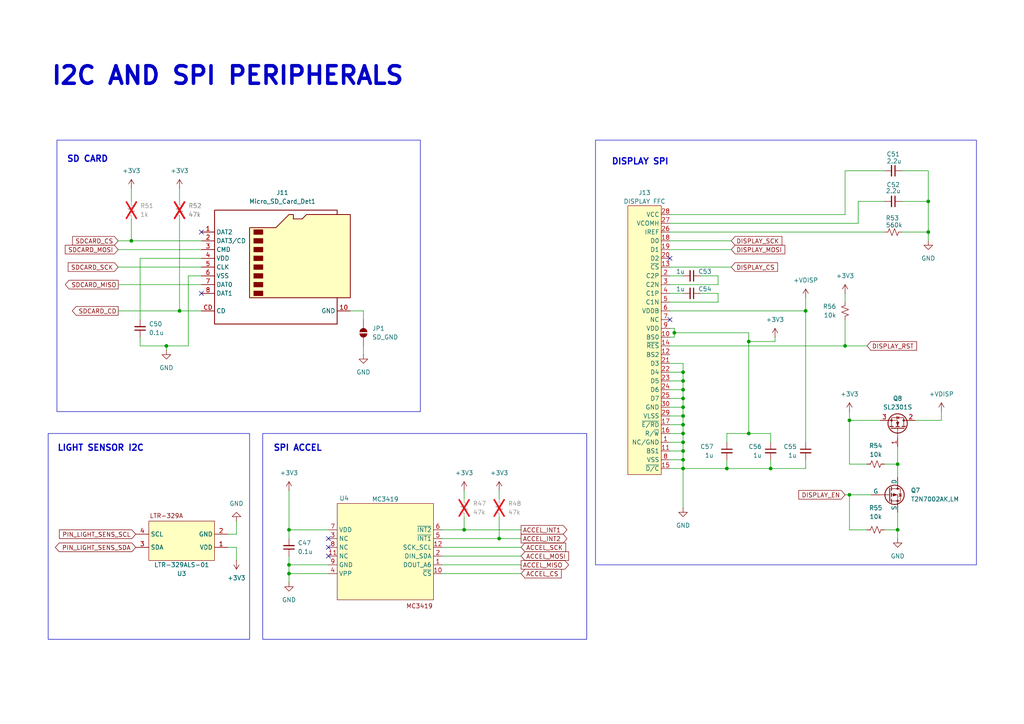
<source format=kicad_sch>
(kicad_sch (version 20250114) (generator "eeschema") (generator_version "9.0")
  (paper "A4")
  (title_block (title "EcoBoard") (company "EcoEnterprise"))
  (lib_symbols
    (symbol "Connector:Micro_SD_Card_Det1"
      (property "Reference" "J3" (at 0.635 21.59 0))
      (property "Value" "Micro_SD_Card_Det1" (at 0.635 19.05 0))
      (symbol "Micro_SD_Card_Det1_0_1"
        (polyline (pts (xy -8.89 -8.89) (xy -8.89 11.43) (xy -1.27 11.43) (xy 2.54 15.24) (xy 3.81 15.24) (xy 3.81 13.97) (xy 6.35 13.97) (xy 7.62 15.24) (xy 20.32 15.24) (xy 20.32 -8.89) (xy -8.89 -8.89)) (stroke (width 0.254)) (fill (type background)))
        (rectangle (start -7.62 10.795) (end -5.08 9.525) (stroke (width 0.254)) (fill (type outline)))
        (rectangle (start -7.62 8.255) (end -5.08 6.985) (stroke (width 0.254)) (fill (type outline)))
        (rectangle (start -7.62 5.715) (end -5.08 4.445) (stroke (width 0.254)) (fill (type outline)))
        (rectangle (start -7.62 3.175) (end -5.08 1.905) (stroke (width 0.254)) (fill (type outline)))
        (rectangle (start -7.62 0.635) (end -5.08 -0.635) (stroke (width 0.254)) (fill (type outline)))
        (rectangle (start -7.62 -1.905) (end -5.08 -3.175) (stroke (width 0.254)) (fill (type outline)))
        (rectangle (start -7.62 -4.445) (end -5.08 -5.715) (stroke (width 0.254)) (fill (type outline)))
        (rectangle (start -7.62 -6.985) (end -5.08 -8.255) (stroke (width 0.254)) (fill (type outline)))
        (polyline (pts (xy 16.51 15.24) (xy 16.51 16.51) (xy -19.05 16.51) (xy -19.05 -16.51) (xy 16.51 -16.51) (xy 16.51 -8.89)) (stroke (width 0.254)))
      )
      (symbol "Micro_SD_Card_Det1_1_1"
        (pin bidirectional line (at -22.86 10.16 0) (length 3.81) (name "DAT2") (number "1"))
        (pin bidirectional line (at -22.86 7.62 0) (length 3.81) (name "DAT3/CD") (number "2"))
        (pin input line (at -22.86 5.08 0) (length 3.81) (name "CMD") (number "3"))
        (pin power_in line (at -22.86 2.54 0) (length 3.81) (name "VDD") (number "4"))
        (pin input line (at -22.86 0 0) (length 3.81) (name "CLK") (number "5"))
        (pin power_in line (at -22.86 -2.54 0) (length 3.81) (name "VSS") (number "6"))
        (pin bidirectional line (at -22.86 -5.08 0) (length 3.81) (name "DAT0") (number "7"))
        (pin bidirectional line (at -22.86 -7.62 0) (length 3.81) (name "DAT1") (number "8"))
        (pin passive line (at -22.86 -12.7 0) (length 3.81) (name "CD") (number "CD"))
        (pin passive line (at 20.32 -12.7 180) (length 3.81) (name "GND") (number "10"))
      )
    )
    (symbol "DISPLAY_CONN_1"
      (property "Reference" "J" (at 3.048 20.32 0))
      (symbol "DISPLAY_CONN_1_1_1"
        (rectangle (start -2.032 19.05) (end 7.62 -58.928) (fill (type background)))
        (pin passive line (at 10.16 16.51 180) (length 2.54) (name "VCC") (number "28"))
        (pin passive line (at 10.16 13.97 180) (length 2.54) (name "VCOMH") (number "27"))
        (pin passive line (at 10.16 11.43 180) (length 2.54) (name "IREF") (number "26"))
        (pin passive line (at 10.16 8.89 180) (length 2.54) (name "D0") (number "18"))
        (pin passive line (at 10.16 6.35 180) (length 2.54) (name "D1") (number "19"))
        (pin passive line (at 10.16 3.81 180) (length 2.54) (name "D2") (number "20"))
        (pin passive line (at 10.16 1.27 180) (length 2.54) (name "~{CS}") (number "13"))
        (pin passive line (at 10.16 -1.27 180) (length 2.54) (name "C2P") (number "2"))
        (pin passive line (at 10.16 -3.81 180) (length 2.54) (name "C2N") (number "3"))
        (pin passive line (at 10.16 -6.35 180) (length 2.54) (name "C1P") (number "4"))
        (pin passive line (at 10.16 -8.89 180) (length 2.54) (name "C1N") (number "5"))
        (pin passive line (at 10.16 -11.43 180) (length 2.54) (name "VDDB") (number "6"))
        (pin passive line (at 10.16 -13.97 180) (length 2.54) (name "NC") (number "7"))
        (pin passive line (at 10.16 -16.51 180) (length 2.54) (name "VDD") (number "9"))
        (pin passive line (at 10.16 -19.05 180) (length 2.54) (name "BS0") (number "10"))
        (pin passive line (at 10.16 -21.59 180) (length 2.54) (name "~{RES}") (number "14"))
        (pin passive line (at 10.16 -24.13 180) (length 2.54) (name "BS2") (number "12"))
        (pin passive line (at 10.16 -26.67 180) (length 2.54) (name "D3") (number "21"))
        (pin passive line (at 10.16 -29.21 180) (length 2.54) (name "D4") (number "22"))
        (pin passive line (at 10.16 -31.75 180) (length 2.54) (name "D5") (number "23"))
        (pin passive line (at 10.16 -34.29 180) (length 2.54) (name "D6") (number "24"))
        (pin passive line (at 10.16 -36.83 180) (length 2.54) (name "D7") (number "25"))
        (pin passive line (at 10.16 -39.37 180) (length 2.54) (name "GND") (number "30"))
        (pin passive line (at 10.16 -41.91 180) (length 2.54) (name "VLSS") (number "29"))
        (pin passive line (at 10.16 -44.45 180) (length 2.54) (name "~{E/RD}") (number "17"))
        (pin passive line (at 10.16 -46.99 180) (length 2.54) (name "R/~{W}") (number "16"))
        (pin passive line (at 10.16 -49.53 180) (length 2.54) (name "NC/GND") (number "1"))
        (pin passive line (at 10.16 -52.07 180) (length 2.54) (name "BS1") (number "11"))
        (pin passive line (at 10.16 -54.61 180) (length 2.54) (name "VSS") (number "8"))
        (pin passive line (at 10.16 -57.15 180) (length 2.54) (name "~{D/C}") (number "15"))
      )
    )
    (symbol "Device:C_Small" (pin_numbers (hide yes)) (pin_names (offset 0.254) (hide yes))
      (property "Reference" "C" (at 0.254 1.778 0))
      (property "Value" "C_Small" (at 0.254 -2.032 0))
      (symbol "C_Small_0_1"
        (polyline (pts (xy -1.524 0.508) (xy 1.524 0.508)) (stroke (width 0.3048)))
        (polyline (pts (xy -1.524 -0.508) (xy 1.524 -0.508)) (stroke (width 0.3302)))
      )
      (symbol "C_Small_1_1"
        (pin passive line (at 0 2.54 270) (length 2.032) (name "~") (number "1"))
        (pin passive line (at 0 -2.54 90) (length 2.032) (name "~") (number "2"))
      )
    )
    (symbol "Device:R_Small_US" (pin_numbers (hide yes)) (pin_names (offset 0.254) (hide yes))
      (property "Reference" "R" (at 0.762 0.508 0))
      (property "Value" "R_Small_US" (at 0.762 -1.016 0))
      (symbol "R_Small_US_1_1"
        (polyline (pts (xy 0 1.524) (xy 1.016 1.143) (xy 0 0.762) (xy -1.016 0.381) (xy 0 0)))
        (polyline (pts (xy 0 0) (xy 1.016 -0.381) (xy 0 -0.762) (xy -1.016 -1.143) (xy 0 -1.524)))
        (pin passive line (at 0 2.54 270) (length 1.016) (name "~") (number "1"))
        (pin passive line (at 0 -2.54 90) (length 1.016) (name "~") (number "2"))
      )
    )
    (symbol "EcoDevkit:LTR-329ALS"
      (property "Reference" "U" (at -8.636 6.35 0))
      (symbol "LTR-329ALS_1_1"
        (rectangle (start -10.16 5.08) (end 8.89 -6.35) (fill (type background)))
        (text "LTR-329A" (at 3.81 -7.874 0) (effects (font (size 1.27 1.27))))
        (pin power_in line (at -13.97 1.27 0) (length 3.81) (name "VDD") (number "1"))
        (pin power_out line (at -13.97 -2.54 0) (length 3.81) (name "GND") (number "2"))
        (pin bidirectional line (at 12.7 1.27 180) (length 3.81) (name "SDA") (number "3"))
        (pin input line (at 12.7 -2.54 180) (length 3.81) (name "SCL") (number "4"))
      )
    )
    (symbol "Jumper:SolderJumper_2_Open" (pin_numbers (hide yes)) (pin_names (offset 0) (hide yes)) (in_bom no)
      (property "Reference" "JP" (at 0 2.032 0))
      (property "Value" "SolderJumper_2_Open" (at 0 -2.54 0))
      (symbol "SolderJumper_2_Open_0_1"
        (polyline (pts (xy -0.254 1.016) (xy -0.254 -1.016)))
        (arc (start -0.254 -1.016) (mid -1.2656 0) (end -0.254 1.016))
        (arc (start -0.254 -1.016) (mid -1.2656 0) (end -0.254 1.016) (fill (type outline)))
        (arc (start 0.254 1.016) (mid 1.2656 0) (end 0.254 -1.016))
        (arc (start 0.254 1.016) (mid 1.2656 0) (end 0.254 -1.016) (fill (type outline)))
        (polyline (pts (xy 0.254 1.016) (xy 0.254 -1.016)))
      )
      (symbol "SolderJumper_2_Open_1_1"
        (pin passive line (at -3.81 0 0) (length 2.54) (name "A") (number "1"))
        (pin passive line (at 3.81 0 180) (length 2.54) (name "B") (number "2"))
      )
    )
    (symbol "Simulation_SPICE:PMOS" (pin_numbers (hide yes)) (pin_names (offset 0))
      (property "Reference" "Q" (at 5.08 1.27 0))
      (property "Value" "PMOS" (at 5.08 -1.27 0))
      (symbol "PMOS_0_1"
        (polyline (pts (xy 0.254 1.905) (xy 0.254 -1.905)) (stroke (width 0.254)))
        (polyline (pts (xy 0.254 0) (xy -2.54 0)))
        (polyline (pts (xy 0.762 2.286) (xy 0.762 1.27)) (stroke (width 0.254)))
        (polyline (pts (xy 0.762 1.778) (xy 3.302 1.778) (xy 3.302 -1.778) (xy 0.762 -1.778)))
        (polyline (pts (xy 0.762 0.508) (xy 0.762 -0.508)) (stroke (width 0.254)))
        (polyline (pts (xy 0.762 -1.27) (xy 0.762 -2.286)) (stroke (width 0.254)))
        (circle (center 1.651 0) (radius 2.794) (stroke (width 0.254)))
        (polyline (pts (xy 2.286 0) (xy 1.27 0.381) (xy 1.27 -0.381) (xy 2.286 0)) (fill (type outline)))
        (polyline (pts (xy 2.54 2.54) (xy 2.54 1.778)))
        (circle (center 2.54 1.778) (radius 0.254) (fill (type outline)))
        (circle (center 2.54 -1.778) (radius 0.254) (fill (type outline)))
        (polyline (pts (xy 2.54 -2.54) (xy 2.54 0) (xy 0.762 0)))
        (polyline (pts (xy 2.794 -0.508) (xy 2.921 -0.381) (xy 3.683 -0.381) (xy 3.81 -0.254)))
        (polyline (pts (xy 3.302 -0.381) (xy 2.921 0.254) (xy 3.683 0.254) (xy 3.302 -0.381)))
      )
      (symbol "PMOS_1_1"
        (pin input line (at -5.08 0 0) (length 2.54) (name "G") (number "2"))
        (pin passive line (at 2.54 5.08 270) (length 2.54) (name "D") (number "1"))
        (pin passive line (at 2.54 -5.08 90) (length 2.54) (name "S") (number "3"))
      )
    )
    (symbol "Transistor_FET:Q_NMOS_GDS" (pin_names (offset 0) (hide yes))
      (property "Reference" "Q" (at 5.08 1.905 0))
      (property "Value" "Q_NMOS_GDS" (at 5.08 0 0))
      (symbol "Q_NMOS_GDS_0_1"
        (polyline (pts (xy 0.254 1.905) (xy 0.254 -1.905)) (stroke (width 0.254)))
        (polyline (pts (xy 0.254 0) (xy -2.54 0)))
        (polyline (pts (xy 0.762 2.286) (xy 0.762 1.27)) (stroke (width 0.254)))
        (polyline (pts (xy 0.762 0.508) (xy 0.762 -0.508)) (stroke (width 0.254)))
        (polyline (pts (xy 0.762 -1.27) (xy 0.762 -2.286)) (stroke (width 0.254)))
        (polyline (pts (xy 0.762 -1.778) (xy 3.302 -1.778) (xy 3.302 1.778) (xy 0.762 1.778)))
        (polyline (pts (xy 1.016 0) (xy 2.032 0.381) (xy 2.032 -0.381) (xy 1.016 0)) (fill (type outline)))
        (circle (center 1.651 0) (radius 2.794) (stroke (width 0.254)))
        (polyline (pts (xy 2.54 2.54) (xy 2.54 1.778)))
        (circle (center 2.54 1.778) (radius 0.254) (fill (type outline)))
        (circle (center 2.54 -1.778) (radius 0.254) (fill (type outline)))
        (polyline (pts (xy 2.54 -2.54) (xy 2.54 0) (xy 0.762 0)))
        (polyline (pts (xy 2.921 0.381) (xy 3.683 0.381)))
        (polyline (pts (xy 3.302 0.381) (xy 2.921 -0.254) (xy 3.683 -0.254) (xy 3.302 0.381)))
      )
      (symbol "Q_NMOS_GDS_1_1"
        (pin input line (at -5.08 0 0) (length 2.54) (name "G") (number "1"))
        (pin passive line (at 2.54 5.08 270) (length 2.54) (name "D") (number "2"))
        (pin passive line (at 2.54 -5.08 90) (length 2.54) (name "S") (number "3"))
      )
    )
    (symbol "peripherals_eco_devkit:MC3419"
      (property "Reference" "U2" (at -11.938 15.494 0))
      (property "Value" "~" (at 0 15.24 0))
      (symbol "MC3419_1_1"
        (rectangle (start -13.97 13.97) (end 13.97 -13.97) (fill (type background)))
        (text "MC3419" (at 9.906 -15.748 0) (effects (font (size 1.27 1.27))))
        (pin power_in line (at -16.51 6.35 0) (length 2.54) (name "VDD") (number "7"))
        (pin bidirectional line (at -16.51 3.81 0) (length 2.54) (name "NC") (number "3"))
        (pin bidirectional line (at -16.51 1.27 0) (length 2.54) (name "NC") (number "8"))
        (pin bidirectional line (at -16.51 -1.27 0) (length 2.54) (name "NC") (number "11"))
        (pin power_out line (at -16.51 -3.81 0) (length 2.54) (name "GND") (number "9"))
        (pin power_out line (at -16.51 -6.35 0) (length 2.54) (name "VPP") (number "4"))
        (pin output line (at 16.51 6.35 180) (length 2.54) (name "~{INT2}") (number "6"))
        (pin output line (at 16.51 3.81 180) (length 2.54) (name "~{INT1}") (number "5"))
        (pin input line (at 16.51 1.27 180) (length 2.54) (name "SCK_SCL") (number "12"))
        (pin input line (at 16.51 -1.27 180) (length 2.54) (name "DIN_SDA") (number "2"))
        (pin output line (at 16.51 -3.81 180) (length 2.54) (name "DOUT_A6") (number "1"))
        (pin input line (at 16.51 -6.35 180) (length 2.54) (name "~{CS}") (number "10"))
      )
    )
    (symbol "power:+3V3" (power) (pin_numbers (hide yes)) (pin_names (offset 0) (hide yes))
      (property "Value" "+3V3" (at 0 3.556 0))
      (symbol "+3V3_0_1"
        (polyline (pts (xy -0.762 1.27) (xy 0 2.54)))
        (polyline (pts (xy 0 2.54) (xy 0.762 1.27)))
        (polyline (pts (xy 0 0) (xy 0 2.54)))
      )
      (symbol "+3V3_1_1"
        (pin power_in line (at 0 0 90) (length 0) (name "~") (number "1"))
      )
    )
    (symbol "power:GND" (power) (pin_numbers (hide yes)) (pin_names (offset 0) (hide yes))
      (property "Value" "GND" (at 0 -3.81 0))
      (symbol "GND_0_1"
        (polyline (pts (xy 0 0) (xy 0 -1.27) (xy 1.27 -1.27) (xy 0 -2.54) (xy -1.27 -1.27) (xy 0 -1.27)))
      )
      (symbol "GND_1_1"
        (pin power_in line (at 0 0 270) (length 0) (name "~") (number "1"))
      )
    )
  )
  (rectangle (start 16.51 40.64) (end 121.92 119.38))
  (rectangle (start 172.72 40.64) (end 283.21 163.83))
  (rectangle (start 13.97 125.73) (end 72.39 185.42))
  (rectangle (start 76.2 125.73) (end 170.18 185.42))
  (text "I2C AND SPI PERIPHERALS" (at 66.04 22.098 0) (effects (font (size 5.08 5.08) (thickness 1.016) (bold yes))))
  (text "DISPLAY SPI" (at 185.674 46.99 0) (effects (font (size 1.778 1.778) (thickness 0.3556) (bold yes))))
  (text "SD CARD" (at 25.4 46.228 0) (effects (font (size 1.778 1.778) (thickness 0.3556) (bold yes))))
  (text "LIGHT SENSOR I2C" (at 29.21 130.048 0) (effects (font (size 1.778 1.778) (thickness 0.3556) (bold yes))))
  (text "SPI ACCEL" (at 86.36 130.048 0) (effects (font (size 1.778 1.778) (thickness 0.3556) (bold yes))))
  (junction (at 210.82 135.89))
  (junction (at 245.11 100.33))
  (junction (at 198.12 125.73))
  (junction (at 83.82 163.83))
  (junction (at 217.17 125.73))
  (junction (at 198.12 133.35))
  (junction (at 246.38 121.92))
  (junction (at 83.82 153.67))
  (junction (at 195.58 96.52))
  (junction (at 198.12 130.81))
  (junction (at 52.07 90.17))
  (junction (at 233.68 90.17))
  (junction (at 223.52 135.89))
  (junction (at 38.1 69.85))
  (junction (at 246.38 143.51))
  (junction (at 198.12 135.89))
  (junction (at 269.24 67.31))
  (junction (at 198.12 128.27))
  (junction (at 198.12 120.65))
  (junction (at 83.82 166.37))
  (junction (at 198.12 113.03))
  (junction (at 198.12 118.11))
  (junction (at 198.12 107.95))
  (junction (at 134.62 153.67))
  (junction (at 198.12 115.57))
  (junction (at 144.78 156.21))
  (junction (at 260.35 153.67))
  (junction (at 260.35 134.62))
  (junction (at 48.26 100.33))
  (junction (at 198.12 123.19))
  (junction (at 217.17 99.06))
  (junction (at 198.12 110.49))
  (junction (at 269.24 58.42))
  (no_connect (at 194.31 74.93))
  (no_connect (at 58.42 67.31))
  (no_connect (at 95.25 158.75))
  (no_connect (at 58.42 85.09))
  (no_connect (at 95.25 161.29))
  (no_connect (at 194.31 92.71))
  (no_connect (at 95.25 156.21))
  (wire (pts (xy 212.09 77.47) (xy 194.31 77.47)))
  (wire (pts (xy 38.1 63.5) (xy 38.1 69.85)))
  (wire (pts (xy 198.12 115.57) (xy 198.12 118.11)))
  (wire (pts (xy 245.11 49.53) (xy 245.11 62.23)))
  (wire (pts (xy 34.29 82.55) (xy 58.42 82.55)))
  (wire (pts (xy 245.11 92.71) (xy 245.11 100.33)))
  (wire (pts (xy 260.35 153.67) (xy 260.35 156.21)))
  (wire (pts (xy 198.12 118.11) (xy 198.12 120.65)))
  (wire (pts (xy 128.27 158.75) (xy 151.13 158.75)))
  (wire (pts (xy 194.31 100.33) (xy 245.11 100.33)))
  (wire (pts (xy 198.12 107.95) (xy 198.12 110.49)))
  (wire (pts (xy 217.17 99.06) (xy 217.17 125.73)))
  (wire (pts (xy 208.28 85.09) (xy 203.2 85.09)))
  (wire (pts (xy 198.12 120.65) (xy 198.12 123.19)))
  (wire (pts (xy 246.38 143.51) (xy 246.38 153.67)))
  (wire (pts (xy 246.38 121.92) (xy 255.27 121.92)))
  (wire (pts (xy 68.58 151.13) (xy 68.58 154.94)))
  (wire (pts (xy 38.1 54.61) (xy 38.1 58.42)))
  (wire (pts (xy 210.82 128.27) (xy 210.82 125.73)))
  (wire (pts (xy 194.31 105.41) (xy 198.12 105.41)))
  (wire (pts (xy 269.24 69.85) (xy 269.24 67.31)))
  (wire (pts (xy 144.78 156.21) (xy 151.13 156.21)))
  (wire (pts (xy 198.12 115.57) (xy 194.31 115.57)))
  (wire (pts (xy 198.12 113.03) (xy 198.12 115.57)))
  (wire (pts (xy 83.82 153.67) (xy 95.25 153.67)))
  (wire (pts (xy 134.62 153.67) (xy 151.13 153.67)))
  (wire (pts (xy 233.68 90.17) (xy 233.68 128.27)))
  (wire (pts (xy 223.52 135.89) (xy 210.82 135.89)))
  (wire (pts (xy 194.31 133.35) (xy 198.12 133.35)))
  (wire (pts (xy 144.78 156.21) (xy 144.78 149.86)))
  (wire (pts (xy 128.27 153.67) (xy 134.62 153.67)))
  (wire (pts (xy 194.31 118.11) (xy 198.12 118.11)))
  (wire (pts (xy 40.64 74.93) (xy 40.64 92.71)))
  (wire (pts (xy 245.11 100.33) (xy 251.46 100.33)))
  (wire (pts (xy 83.82 161.29) (xy 83.82 163.83)))
  (wire (pts (xy 251.46 134.62) (xy 246.38 134.62)))
  (wire (pts (xy 269.24 67.31) (xy 261.62 67.31)))
  (wire (pts (xy 248.92 58.42) (xy 256.54 58.42)))
  (wire (pts (xy 128.27 163.83) (xy 151.13 163.83)))
  (wire (pts (xy 194.31 128.27) (xy 198.12 128.27)))
  (wire (pts (xy 223.52 135.89) (xy 223.52 133.35)))
  (wire (pts (xy 261.62 49.53) (xy 269.24 49.53)))
  (wire (pts (xy 194.31 120.65) (xy 198.12 120.65)))
  (wire (pts (xy 83.82 163.83) (xy 83.82 166.37)))
  (wire (pts (xy 48.26 100.33) (xy 54.61 100.33)))
  (wire (pts (xy 248.92 58.42) (xy 248.92 64.77)))
  (wire (pts (xy 83.82 166.37) (xy 95.25 166.37)))
  (wire (pts (xy 68.58 158.75) (xy 68.58 162.56)))
  (wire (pts (xy 269.24 58.42) (xy 269.24 67.31)))
  (wire (pts (xy 128.27 166.37) (xy 151.13 166.37)))
  (wire (pts (xy 261.62 58.42) (xy 269.24 58.42)))
  (wire (pts (xy 217.17 96.52) (xy 195.58 96.52)))
  (wire (pts (xy 245.11 143.51) (xy 246.38 143.51)))
  (wire (pts (xy 198.12 135.89) (xy 210.82 135.89)))
  (wire (pts (xy 224.79 97.79) (xy 224.79 99.06)))
  (wire (pts (xy 52.07 90.17) (xy 58.42 90.17)))
  (wire (pts (xy 198.12 85.09) (xy 194.31 85.09)))
  (wire (pts (xy 195.58 96.52) (xy 195.58 97.79)))
  (wire (pts (xy 260.35 153.67) (xy 260.35 148.59)))
  (wire (pts (xy 198.12 105.41) (xy 198.12 107.95)))
  (wire (pts (xy 233.68 133.35) (xy 233.68 135.89)))
  (wire (pts (xy 223.52 128.27) (xy 223.52 125.73)))
  (wire (pts (xy 198.12 130.81) (xy 198.12 133.35)))
  (wire (pts (xy 134.62 142.24) (xy 134.62 144.78)))
  (wire (pts (xy 194.31 87.63) (xy 208.28 87.63)))
  (wire (pts (xy 194.31 82.55) (xy 208.28 82.55)))
  (wire (pts (xy 54.61 100.33) (xy 54.61 80.01)))
  (wire (pts (xy 198.12 133.35) (xy 198.12 135.89)))
  (wire (pts (xy 194.31 125.73) (xy 198.12 125.73)))
  (wire (pts (xy 194.31 64.77) (xy 248.92 64.77)))
  (wire (pts (xy 194.31 72.39) (xy 212.09 72.39)))
  (wire (pts (xy 198.12 80.01) (xy 194.31 80.01)))
  (wire (pts (xy 128.27 156.21) (xy 144.78 156.21)))
  (wire (pts (xy 256.54 49.53) (xy 245.11 49.53)))
  (wire (pts (xy 195.58 97.79) (xy 194.31 97.79)))
  (wire (pts (xy 83.82 153.67) (xy 83.82 156.21)))
  (wire (pts (xy 217.17 99.06) (xy 217.17 96.52)))
  (wire (pts (xy 105.41 100.33) (xy 105.41 102.87)))
  (wire (pts (xy 52.07 63.5) (xy 52.07 90.17)))
  (wire (pts (xy 134.62 153.67) (xy 134.62 149.86)))
  (wire (pts (xy 273.05 119.38) (xy 273.05 121.92)))
  (wire (pts (xy 246.38 121.92) (xy 246.38 134.62)))
  (wire (pts (xy 105.41 92.71) (xy 105.41 90.17)))
  (wire (pts (xy 34.29 69.85) (xy 38.1 69.85)))
  (wire (pts (xy 195.58 96.52) (xy 195.58 95.25)))
  (wire (pts (xy 194.31 123.19) (xy 198.12 123.19)))
  (wire (pts (xy 198.12 113.03) (xy 194.31 113.03)))
  (wire (pts (xy 256.54 153.67) (xy 260.35 153.67)))
  (wire (pts (xy 260.35 134.62) (xy 260.35 129.54)))
  (wire (pts (xy 212.09 69.85) (xy 194.31 69.85)))
  (wire (pts (xy 208.28 87.63) (xy 208.28 85.09)))
  (wire (pts (xy 34.29 77.47) (xy 58.42 77.47)))
  (wire (pts (xy 233.68 86.36) (xy 233.68 90.17)))
  (wire (pts (xy 66.04 158.75) (xy 68.58 158.75)))
  (wire (pts (xy 198.12 128.27) (xy 198.12 130.81)))
  (wire (pts (xy 128.27 161.29) (xy 151.13 161.29)))
  (wire (pts (xy 198.12 123.19) (xy 198.12 125.73)))
  (wire (pts (xy 233.68 90.17) (xy 194.31 90.17)))
  (wire (pts (xy 224.79 99.06) (xy 217.17 99.06)))
  (wire (pts (xy 83.82 142.24) (xy 83.82 153.67)))
  (wire (pts (xy 52.07 54.61) (xy 52.07 58.42)))
  (wire (pts (xy 83.82 166.37) (xy 83.82 168.91)))
  (wire (pts (xy 198.12 125.73) (xy 198.12 128.27)))
  (wire (pts (xy 34.29 72.39) (xy 58.42 72.39)))
  (wire (pts (xy 38.1 69.85) (xy 58.42 69.85)))
  (wire (pts (xy 194.31 130.81) (xy 198.12 130.81)))
  (wire (pts (xy 105.41 90.17) (xy 101.6 90.17)))
  (wire (pts (xy 269.24 49.53) (xy 269.24 58.42)))
  (wire (pts (xy 223.52 125.73) (xy 217.17 125.73)))
  (wire (pts (xy 208.28 82.55) (xy 208.28 80.01)))
  (wire (pts (xy 252.73 143.51) (xy 246.38 143.51)))
  (wire (pts (xy 58.42 74.93) (xy 40.64 74.93)))
  (wire (pts (xy 48.26 100.33) (xy 40.64 100.33)))
  (wire (pts (xy 273.05 121.92) (xy 265.43 121.92)))
  (wire (pts (xy 260.35 134.62) (xy 260.35 138.43)))
  (wire (pts (xy 217.17 125.73) (xy 210.82 125.73)))
  (wire (pts (xy 210.82 135.89) (xy 210.82 133.35)))
  (wire (pts (xy 194.31 67.31) (xy 256.54 67.31)))
  (wire (pts (xy 198.12 110.49) (xy 198.12 113.03)))
  (wire (pts (xy 34.29 90.17) (xy 52.07 90.17)))
  (wire (pts (xy 48.26 100.33) (xy 48.26 101.6)))
  (wire (pts (xy 208.28 80.01) (xy 203.2 80.01)))
  (wire (pts (xy 233.68 135.89) (xy 223.52 135.89)))
  (wire (pts (xy 194.31 135.89) (xy 198.12 135.89)))
  (wire (pts (xy 40.64 97.79) (xy 40.64 100.33)))
  (wire (pts (xy 66.04 154.94) (xy 68.58 154.94)))
  (wire (pts (xy 246.38 119.38) (xy 246.38 121.92)))
  (wire (pts (xy 144.78 142.24) (xy 144.78 144.78)))
  (wire (pts (xy 194.31 107.95) (xy 198.12 107.95)))
  (wire (pts (xy 246.38 153.67) (xy 251.46 153.67)))
  (wire (pts (xy 256.54 134.62) (xy 260.35 134.62)))
  (wire (pts (xy 194.31 62.23) (xy 245.11 62.23)))
  (wire (pts (xy 83.82 163.83) (xy 95.25 163.83)))
  (wire (pts (xy 54.61 80.01) (xy 58.42 80.01)))
  (wire (pts (xy 198.12 110.49) (xy 194.31 110.49)))
  (wire (pts (xy 194.31 95.25) (xy 195.58 95.25)))
  (wire (pts (xy 198.12 135.89) (xy 198.12 147.32)))
  (wire (pts (xy 245.11 85.09) (xy 245.11 87.63)))
  (global_label "DISPLAY_CS" (shape input) (at 212.09 77.47 0) (property "Intersheetrefs" "${INTERSHEET_REFS}" (effects (hide yes))))
  (global_label "PIN_LIGHT_SENS_SCL" (shape input) (at 39.37 154.94 180) (effects (font (thickness 0.1588))) (property "Intersheetrefs" "${INTERSHEET_REFS}" (effects (hide yes))))
  (global_label "SDCARD_SCK" (shape input) (at 34.29 77.47 180) (property "Intersheetrefs" "${INTERSHEET_REFS}" (effects (hide yes))))
  (global_label "PIN_LIGHT_SENS_SDA" (shape bidirectional) (at 39.37 158.75 180) (effects (font (thickness 0.1588))) (property "Intersheetrefs" "${INTERSHEET_REFS}" (effects (hide yes))))
  (global_label "ACCEL_SCK" (shape input) (at 151.13 158.75 0) (property "Intersheetrefs" "${INTERSHEET_REFS}" (effects (hide yes))))
  (global_label "SDCARD_MISO" (shape output) (at 34.29 82.55 180) (property "Intersheetrefs" "${INTERSHEET_REFS}" (effects (hide yes))))
  (global_label "SDCARD_CS" (shape input) (at 34.29 69.85 180) (property "Intersheetrefs" "${INTERSHEET_REFS}" (effects (hide yes))))
  (global_label "ACCEL_MISO" (shape output) (at 151.13 163.83 0) (property "Intersheetrefs" "${INTERSHEET_REFS}" (effects (hide yes))))
  (global_label "ACCEL_MOSI" (shape input) (at 151.13 161.29 0) (property "Intersheetrefs" "${INTERSHEET_REFS}" (effects (hide yes))))
  (global_label "SDCARD_MOSI" (shape input) (at 34.29 72.39 180) (property "Intersheetrefs" "${INTERSHEET_REFS}" (effects (hide yes))))
  (global_label "DISPLAY_RST" (shape input) (at 251.46 100.33 0) (property "Intersheetrefs" "${INTERSHEET_REFS}" (effects (hide yes))))
  (global_label "ACCEL_CS" (shape input) (at 151.13 166.37 0) (property "Intersheetrefs" "${INTERSHEET_REFS}" (effects (hide yes))))
  (global_label "ACCEL_INT2" (shape output) (at 151.13 156.21 0) (property "Intersheetrefs" "${INTERSHEET_REFS}" (effects (hide yes))))
  (global_label "ACCEL_INT1" (shape output) (at 151.13 153.67 0) (property "Intersheetrefs" "${INTERSHEET_REFS}" (effects (hide yes))))
  (global_label "DISPLAY_EN" (shape input) (at 245.11 143.51 180) (property "Intersheetrefs" "${INTERSHEET_REFS}" (effects (hide yes))))
  (global_label "DISPLAY_SCK" (shape input) (at 212.09 69.85 0) (property "Intersheetrefs" "${INTERSHEET_REFS}" (effects (hide yes))))
  (global_label "DISPLAY_MOSI" (shape input) (at 212.09 72.39 0) (property "Intersheetrefs" "${INTERSHEET_REFS}" (effects (hide yes))))
  (global_label "SDCARD_CD" (shape output) (at 34.29 90.17 180) (property "Intersheetrefs" "${INTERSHEET_REFS}" (effects (hide yes))))
  (symbol (lib_id "power:GND") (at 260.35 156.21 0) (unit 1)
    (property "Reference" "#PWR0101" (effects (hide yes)))
    (property "Value" "GND" (at 260.35 161.29 0))
    (property "Description" "Power symbol creates a global label with name \"GND\" , ground" (effects (hide yes)))
  )
  (symbol (lib_id "Device:C_Small") (at 259.08 49.53 270) (unit 1)
    (property "Reference" "C51" (at 259.08 44.704 90))
    (property "Value" "2.2u" (at 259.334 46.736 90))
    (property "Footprint" "Capacitor_SMD:C_0402_1005Metric" (effects (hide yes)))
    (property "Datasheet" "https://www.digikey.com.br/en/products/detail/samsung-electro-mechanics/CL05A225KO5NQNC/3887119" (effects (hide yes)))
    (property "Description" "Unpolarized capacitor, small symbol" (effects (hide yes)))
    (property "MPN" "CL05A225KO5NQNC" (effects (hide yes)))
  )
  (symbol (lib_id "power:+3V3") (at 273.05 119.38 0) (unit 1)
    (property "Reference" "#PWR0102" (effects (hide yes)))
    (property "Value" "+VDISP" (at 273.05 114.3 0))
    (property "Description" "Power symbol creates a global label with name \"+3V3\"" (effects (hide yes)))
  )
  (symbol (lib_id "Device:C_Small") (at 210.82 130.81 0) (mirror y) (unit 1)
    (property "Reference" "C57" (at 207.01 129.5399 0) (effects (justify left)))
    (property "Value" "1u" (at 207.01 132.0799 0) (effects (justify left)))
    (property "Footprint" "Capacitor_SMD:C_0402_1005Metric" (effects (hide yes)))
    (property "Datasheet" "https://www.digikey.com.br/en/products/detail/tdk-corporation/C1005X6S1C105K050EC/22106054" (effects (hide yes)))
    (property "Description" "Unpolarized capacitor, small symbol" (effects (hide yes)))
    (property "MPN" "C1005X6S1C105K050EC" (effects (hide yes)))
  )
  (symbol (lib_id "power:+3V3") (at 246.38 119.38 0) (unit 1)
    (property "Reference" "#PWR0100" (effects (hide yes)))
    (property "Value" "+3V3" (at 246.38 114.3 0))
    (property "Description" "Power symbol creates a global label with name \"+3V3\"" (effects (hide yes)))
  )
  (symbol (lib_id "Device:C_Small") (at 200.66 85.09 270) (mirror x) (unit 1)
    (property "Reference" "C54" (at 204.47 83.82 90))
    (property "Value" "1u" (at 197.358 83.82 90))
    (property "Footprint" "Capacitor_SMD:C_0402_1005Metric" (effects (hide yes)))
    (property "Datasheet" "https://www.digikey.com.br/en/products/detail/tdk-corporation/C1005X6S1C105K050EC/22106054" (effects (hide yes)))
    (property "Description" "Unpolarized capacitor, small symbol" (effects (hide yes)))
    (property "MPN" "C1005X6S1C105K050EC" (effects (hide yes)))
  )
  (symbol (lib_id "Connector:Micro_SD_Card_Det1") (at 81.28 77.47 0) (unit 1)
    (property "Reference" "J11" (at 81.915 55.88 0))
    (property "Value" "Micro_SD_Card_Det1" (at 81.915 58.42 0))
    (property "Footprint" "EcoDevkit:CUI_MSD-4-A" (effects (hide yes)))
    (property "Datasheet" "https://www.digikey.com.br/en/products/detail/same-sky-formerly-cui-devices/MSD-4-A/21796808" (effects (hide yes)))
    (property "Description" "Micro SD Card Socket with one card detection pin" (effects (hide yes)))
    (property "MPN" "MSD-4-A " (effects (hide yes)))
  )
  (symbol (lib_id "power:GND") (at 269.24 69.85 0) (unit 1)
    (property "Reference" "#PWR099" (effects (hide yes)))
    (property "Value" "GND" (at 269.24 74.93 0))
    (property "Description" "Power symbol creates a global label with name \"GND\" , ground" (effects (hide yes)))
  )
  (symbol (lib_id "power:+3V3") (at 83.82 142.24 0) (unit 1)
    (property "Reference" "#PWR085" (effects (hide yes)))
    (property "Value" "+3V3" (at 83.82 137.16 0))
    (property "Description" "Power symbol creates a global label with name \"+3V3\"" (effects (hide yes)))
  )
  (symbol (lib_id "power:GND") (at 83.82 168.91 0) (unit 1)
    (property "Reference" "#PWR094" (effects (hide yes)))
    (property "Value" "GND" (at 83.82 173.99 0))
    (property "Description" "Power symbol creates a global label with name \"GND\" , ground" (effects (hide yes)))
  )
  (symbol (lib_id "Device:R_Small_US") (at 245.11 90.17 0) (mirror y) (unit 1)
    (property "Reference" "R56" (at 242.57 88.8999 0) (effects (justify left)))
    (property "Value" "10k" (at 242.57 91.4399 0) (effects (justify left)))
    (property "Datasheet" "https://www.digikey.com.br/en/products/detail/te-connectivity-passive-product/CRGP0402F10K/8576969?s=N4IgjCBcoExaBjKAzAhgGwM4FMA0IB7KAbXAAYAOAdgE4R8wwAWa%2B8GANgGYIGKyuFNmA4BWJl2E0uHIQF18ABwAuUEAGVlAJwCWAOwDmIAL4MO8EEkhoseQiRBcaYUfKWrIG7fqOmQAWjhoSyhtAFc7IkhSUTY6OT9-OmCrcMiHCAS-INIwLjIAAgB5AAkAWWEyAGsQBKA" (effects (hide yes)))
    (property "Description" "Resistor, small US symbol" (effects (hide yes)))
    (property "MPN" "CRGP0402F10K" (effects (hide yes)))
  )
  (symbol (lib_id "Device:C_Small") (at 83.82 158.75 180) (unit 1)
    (property "Reference" "C47" (at 86.36 157.4735 0) (effects (justify right)))
    (property "Value" "0.1u" (at 86.36 160.0135 0) (effects (justify right)))
    (property "Footprint" "Capacitor_SMD:C_0402_1005Metric" (effects (hide yes)))
    (property "Datasheet" "https://www.digikey.com.br/en/products/detail/samsung-electro-mechanics/CL05B104KP5VPNC/20498482" (effects (hide yes)))
    (property "Description" "Unpolarized capacitor, small symbol" (effects (hide yes)))
    (property "MPN" "CL05B104KP5VPNC" (effects (hide yes)))
  )
  (symbol (lib_id "power:+3V3") (at 224.79 97.79 0) (mirror y) (unit 1)
    (property "Reference" "#PWR0105" (effects (hide yes)))
    (property "Value" "+3V3" (at 224.79 92.71 0))
    (property "Description" "Power symbol creates a global label with name \"+3V3\"" (effects (hide yes)))
  )
  (symbol (lib_id "Device:R_Small_US") (at 52.07 60.96 0) (unit 1) (dnp yes)
    (property "Reference" "R52" (at 54.61 59.6899 0) (effects (justify left)))
    (property "Value" "47k" (at 54.61 62.2299 0) (effects (justify left)))
    (property "Footprint" "Resistor_SMD:R_0402_1005Metric" (effects (hide yes)))
    (property "Datasheet" "https://www.digikey.com.br/en/products/detail/vishay-dale/CRCW040247K0FKEDC/7928388" (effects (hide yes)))
    (property "Description" "Resistor, small US symbol" (effects (hide yes)))
    (property "MPN" "CRCW040247K0FKEDC" (effects (hide yes)))
  )
  (symbol (lib_id "Transistor_FET:Q_NMOS_GDS") (at 260.35 124.46 270) (mirror x) (unit 1)
    (property "Reference" "Q8" (at 260.35 115.57 90))
    (property "Value" "SL2301S" (at 260.35 118.11 90))
    (property "Footprint" "Package_TO_SOT_SMD:SOT-23" (effects (hide yes)))
    (property "Datasheet" "https://www.digikey.com.br/en/products/detail/shenzhen-slkormicro-semicon-co-ltd/SL2301S/26112879?s=N4IgTCBcDaIMoBkwGYAMBGOIC6BfIA" (effects (hide yes)))
    (property "Description" "N-MOSFET transistor, gate/drain/source" (effects (hide yes)))
    (property "MPN" "SL2301S" (effects (hide yes)))
  )
  (symbol (lib_id "Device:C_Small") (at 40.64 95.25 180) (unit 1)
    (property "Reference" "C50" (at 43.18 93.9735 0) (effects (justify right)))
    (property "Value" "0.1u" (at 43.18 96.5135 0) (effects (justify right)))
    (property "Footprint" "Capacitor_SMD:C_0402_1005Metric" (effects (hide yes)))
    (property "Datasheet" "https://www.digikey.com.br/en/products/detail/samsung-electro-mechanics/CL05B104KP5VPNC/20498482" (effects (hide yes)))
    (property "Description" "Unpolarized capacitor, small symbol" (effects (hide yes)))
    (property "MPN" "CL05B104KP5VPNC" (effects (hide yes)))
  )
  (symbol (lib_id "Device:R_Small_US") (at 144.78 147.32 0) (unit 1) (dnp yes)
    (property "Reference" "R48" (at 147.32 146.0499 0) (effects (justify left)))
    (property "Value" "47k" (at 147.32 148.5899 0) (effects (justify left)))
    (property "Footprint" "Resistor_SMD:R_0402_1005Metric" (effects (hide yes)))
    (property "Datasheet" "https://www.digikey.com.br/en/products/detail/vishay-dale/CRCW040247K0FKEDC/7928388" (effects (hide yes)))
    (property "Description" "Resistor, small US symbol" (effects (hide yes)))
    (property "MPN" "CRCW040247K0FKEDC" (effects (hide yes)))
  )
  (symbol (lib_id "Device:C_Small") (at 223.52 130.81 0) (mirror y) (unit 1)
    (property "Reference" "C56" (at 220.98 129.5462 0) (effects (justify left)))
    (property "Value" "1u" (at 220.98 132.0862 0) (effects (justify left)))
    (property "Footprint" "Capacitor_SMD:C_0402_1005Metric" (effects (hide yes)))
    (property "Datasheet" "https://www.digikey.com.br/en/products/detail/tdk-corporation/C1005X6S1C105K050EC/22106054" (effects (hide yes)))
    (property "Description" "Unpolarized capacitor, small symbol" (effects (hide yes)))
    (property "MPN" "C1005X6S1C105K050EC" (effects (hide yes)))
  )
  (symbol (lib_id "power:+3V3") (at 233.68 86.36 0) (mirror y) (unit 1)
    (property "Reference" "#PWR0104" (effects (hide yes)))
    (property "Value" "+VDISP" (at 233.68 81.28 0))
    (property "Description" "Power symbol creates a global label with name \"+3V3\"" (effects (hide yes)))
  )
  (symbol (lib_id "EcoDevkit:LTR-329ALS") (at 52.07 157.48 180) (unit 1)
    (property "Reference" "U3" (at 52.705 166.37 0))
    (property "Value" "LTR-329ALS-01" (at 52.705 163.83 0))
    (property "Footprint" "EcoDevkit:LTR-329ALS-01_LTO" (effects (hide yes)))
    (property "Datasheet" "https://www.digikey.com.br/en/products/detail/lite-on-inc/ltr-329als-01/4847334" (effects (hide yes)))
    (property "Description" "LTR-329ALS-01" (effects (hide yes)))
    (property "MPN" "LTR-329ALS-01" (effects (hide yes)))
  )
  (symbol (lib_id "power:GND") (at 105.41 102.87 0) (unit 1)
    (property "Reference" "#PWR0105" (effects (hide yes)))
    (property "Value" "GND" (at 105.41 107.95 0))
    (property "Description" "Power symbol creates a global label with name \"GND\" , ground" (effects (hide yes)))
  )
  (symbol (lib_id "Device:R_Small_US") (at 254 153.67 90) (unit 1)
    (property "Reference" "R55" (at 254 147.32 90))
    (property "Value" "10k" (at 254 149.86 90))
    (property "Datasheet" "https://www.digikey.com.br/en/products/detail/te-connectivity-passive-product/CRGP0402F10K/8576969?s=N4IgjCBcoExaBjKAzAhgGwM4FMA0IB7KAbXAAYAOAdgE4R8wwAWa%2B8GANgGYIGKyuFNmA4BWJl2E0uHIQF18ABwAuUEAGVlAJwCWAOwDmIAL4MO8EEkhoseQiRBcaYUfKWrIG7fqOmQAWjhoSyhtAFc7IkhSUTY6OT9-OmCrcMiHCAS-INIwLjIAAgB5AAkAWWEyAGsQBKA" (effects (hide yes)))
    (property "Description" "Resistor, small US symbol" (effects (hide yes)))
    (property "MPN" "CRGP0402F10K" (effects (hide yes)))
  )
  (symbol (lib_id "peripherals_eco_devkit:MC3419") (at 111.76 160.02 0) (unit 1)
    (property "Reference" "U4" (at 99.822 144.526 0))
    (property "Value" "MC3419" (at 111.76 144.78 0))
    (property "Footprint" "Package_LGA:LGA-12_2x2mm_P0.5mm" (effects (hide yes)))
    (property "Datasheet" "https://www.digikey.com.br/en/products/detail/memsic-inc/MC3419/15292803?s=N4IgTCBcDaILIGEDMAWAjATgAUgLoF8g" (effects (hide yes)))
    (property "Description" "3-AXIS ACCELEROMETER" (effects (hide yes)))
    (property "MPN" "MC3419" (effects (hide yes)))
  )
  (symbol (lib_id "power:GND") (at 198.12 147.32 0) (mirror y) (unit 1)
    (property "Reference" "#PWR0106" (effects (hide yes)))
    (property "Value" "GND" (at 198.12 152.4 0))
    (property "Description" "Power symbol creates a global label with name \"GND\" , ground" (effects (hide yes)))
  )
  (symbol (lib_id "Simulation_SPICE:PMOS") (at 257.81 143.51 0) (unit 1)
    (property "Reference" "Q7" (at 264.16 142.2399 0) (effects (justify left)))
    (property "Value" "T2N7002AK,LM" (at 264.16 144.7799 0) (effects (justify left)))
    (property "Footprint" "Package_TO_SOT_SMD:SOT-23" (effects (hide yes)))
    (property "Datasheet" "https://www.digikey.com.br/en/products/detail/toshiba-semiconductor-and-storage/T2N7002AK-LM/5298028" (effects (hide yes)))
    (property "Description" "P-MOSFET transistor, drain/source/gate" (effects (hide yes)))
    (property "Sim.Device" "PMOS" (effects (hide yes)))
    (property "Sim.Type" "VDMOS" (effects (hide yes)))
    (property "Sim.Pins" "1=D 2=G 3=S" (effects (hide yes)))
    (property "MPN" "T2N7002AK,LM" (effects (hide yes)))
  )
  (symbol (lib_id "power:GND") (at 48.26 101.6 0) (unit 1)
    (property "Reference" "#PWR0103" (effects (hide yes)))
    (property "Value" "GND" (at 48.26 106.68 0))
    (property "Description" "Power symbol creates a global label with name \"GND\" , ground" (effects (hide yes)))
  )
  (symbol (lib_id "Jumper:SolderJumper_2_Open") (at 105.41 96.52 90) (unit 1) (in_bom no)
    (property "Reference" "JP1" (at 107.95 95.2499 90) (effects (justify right)))
    (property "Value" "SD_GND" (at 107.95 97.7899 90) (effects (justify right)))
    (property "Footprint" "Jumper:SolderJumper-2_P1.3mm_Open_TrianglePad1.0x1.5mm" (effects (hide yes)))
    (property "Description" "Solder Jumper, 2-pole, open" (effects (hide yes)))
  )
  (symbol (lib_id "Device:C_Small") (at 200.66 80.01 270) (mirror x) (unit 1)
    (property "Reference" "C53" (at 204.47 78.74 90))
    (property "Value" "1u" (at 197.358 78.74 90))
    (property "Footprint" "Capacitor_SMD:C_0402_1005Metric" (effects (hide yes)))
    (property "Datasheet" "https://www.digikey.com.br/en/products/detail/tdk-corporation/C1005X6S1C105K050EC/22106054" (effects (hide yes)))
    (property "Description" "Unpolarized capacitor, small symbol" (effects (hide yes)))
    (property "MPN" "C1005X6S1C105K050EC" (effects (hide yes)))
  )
  (symbol (lib_id "power:+3V3") (at 68.58 162.56 180) (unit 1)
    (property "Reference" "#PWR083" (effects (hide yes)))
    (property "Value" "+3V3" (at 68.58 167.64 0))
    (property "Description" "Power symbol creates a global label with name \"+3V3\"" (effects (hide yes)))
  )
  (symbol (lib_id "power:+3V3") (at 144.78 142.24 0) (unit 1)
    (property "Reference" "#PWR091" (effects (hide yes)))
    (property "Value" "+3V3" (at 144.78 137.16 0))
    (property "Description" "Power symbol creates a global label with name \"+3V3\"" (effects (hide yes)))
  )
  (symbol (lib_id "Device:C_Small") (at 233.68 130.81 0) (mirror y) (unit 1)
    (property "Reference" "C55" (at 231.14 129.5462 0) (effects (justify left)))
    (property "Value" "1u" (at 231.14 132.0862 0) (effects (justify left)))
    (property "Footprint" "Capacitor_SMD:C_0402_1005Metric" (effects (hide yes)))
    (property "Datasheet" "https://www.digikey.com.br/en/products/detail/tdk-corporation/C1005X6S1C105K050EC/22106054" (effects (hide yes)))
    (property "Description" "Unpolarized capacitor, small symbol" (effects (hide yes)))
    (property "MPN" "C1005X6S1C105K050EC" (effects (hide yes)))
  )
  (symbol (lib_id "power:GND") (at 68.58 151.13 180) (unit 1)
    (property "Reference" "#PWR090" (effects (hide yes)))
    (property "Value" "GND" (at 68.58 146.05 0))
    (property "Description" "Power symbol creates a global label with name \"GND\" , ground" (effects (hide yes)))
  )
  (symbol (lib_id "Device:R_Small_US") (at 134.62 147.32 0) (unit 1) (dnp yes)
    (property "Reference" "R47" (at 137.16 146.0499 0) (effects (justify left)))
    (property "Value" "47k" (at 137.16 148.5899 0) (effects (justify left)))
    (property "Footprint" "Resistor_SMD:R_0402_1005Metric" (effects (hide yes)))
    (property "Datasheet" "https://www.digikey.com.br/en/products/detail/vishay-dale/CRCW040247K0FKEDC/7928388" (effects (hide yes)))
    (property "Description" "Resistor, small US symbol" (effects (hide yes)))
    (property "MPN" "CRCW040247K0FKEDC" (effects (hide yes)))
  )
  (symbol (lib_id "Device:R_Small_US") (at 254 134.62 90) (unit 1)
    (property "Reference" "R54" (at 254 129.286 90))
    (property "Value" "10k" (at 254 131.826 90))
    (property "Datasheet" "https://www.digikey.com.br/en/products/detail/te-connectivity-passive-product/CRGP0402F10K/8576969?s=N4IgjCBcoExaBjKAzAhgGwM4FMA0IB7KAbXAAYAOAdgE4R8wwAWa%2B8GANgGYIGKyuFNmA4BWJl2E0uHIQF18ABwAuUEAGVlAJwCWAOwDmIAL4MO8EEkhoseQiRBcaYUfKWrIG7fqOmQAWjhoSyhtAFc7IkhSUTY6OT9-OmCrcMiHCAS-INIwLjIAAgB5AAkAWWEyAGsQBKA" (effects (hide yes)))
    (property "Description" "Resistor, small US symbol" (effects (hide yes)))
    (property "MPN" "CRGP0402F10K" (effects (hide yes)))
  )
  (symbol (lib_id "Device:R_Small_US") (at 259.08 67.31 270) (unit 1)
    (property "Reference" "R53" (at 258.826 63.246 90))
    (property "Value" "560k" (at 259.334 65.278 90))
    (property "Datasheet" "https://www.digikey.com.br/en/products/detail/te-connectivity-passive-product/CRGP0402F560K/8576990" (effects (hide yes)))
    (property "Description" "Resistor, small US symbol" (effects (hide yes)))
    (property "MPN" "CRGP0402F560K" (effects (hide yes)))
  )
  (symbol (lib_id "power:+3V3") (at 245.11 85.09 0) (mirror y) (unit 1)
    (property "Reference" "#PWR0103" (effects (hide yes)))
    (property "Value" "+3V3" (at 245.11 80.01 0))
    (property "Description" "Power symbol creates a global label with name \"+3V3\"" (effects (hide yes)))
  )
  (symbol (lib_id "Device:C_Small") (at 259.08 58.42 270) (unit 1)
    (property "Reference" "C52" (at 259.08 53.594 90))
    (property "Value" "2.2u" (at 259.08 55.372 90))
    (property "Footprint" "Capacitor_SMD:C_0402_1005Metric" (effects (hide yes)))
    (property "Datasheet" "https://www.digikey.com.br/en/products/detail/samsung-electro-mechanics/CL05A225KO5NQNC/3887119" (effects (hide yes)))
    (property "Description" "Unpolarized capacitor, small symbol" (effects (hide yes)))
    (property "MPN" "CL05A225KO5NQNC" (effects (hide yes)))
  )
  (symbol (lib_id "power:+3V3") (at 134.62 142.24 0) (unit 1)
    (property "Reference" "#PWR089" (effects (hide yes)))
    (property "Value" "+3V3" (at 134.62 137.16 0))
    (property "Description" "Power symbol creates a global label with name \"+3V3\"" (effects (hide yes)))
  )
  (symbol (lib_id "Device:R_Small_US") (at 38.1 60.96 0) (unit 1) (dnp yes)
    (property "Reference" "R51" (at 40.64 59.6899 0) (effects (justify left)))
    (property "Value" "1k" (at 40.64 62.2299 0) (effects (justify left)))
    (property "Footprint" "Resistor_SMD:R_0402_1005Metric" (effects (hide yes)))
    (property "Datasheet" "https://www.digikey.com.br/en/products/detail/vishay-dale/CRCW04021K00FKED/1178007" (effects (hide yes)))
    (property "Description" "Resistor, small US symbol" (effects (hide yes)))
    (property "MPN" "CRCW04021K00FKED" (effects (hide yes)))
  )
  (symbol (lib_name "DISPLAY_CONN_1") (lib_id "peripherals2:DISPLAY_CONN") (at 184.15 78.74 0) (unit 1)
    (property "Reference" "J13" (at 186.944 55.88 0))
    (property "Value" "DISPLAY FFC" (at 186.944 58.42 0))
    (property "Footprint" "EcoDevkit:AMPHENOL_SFV28R-2STE1HLF" (effects (hide yes)))
    (property "Datasheet" "https://www.digikey.com.br/pt/products/detail/cvilux-usa/CF4228FH0R0-05-NH/15793186" (effects (hide yes)))
    (property "Description" "CONN FFC FPC 28POS 0.5MM R/A" (effects (hide yes)))
    (property "MPN" "CF4228FH0R0-05-NH" (effects (hide yes)))
  )
  (symbol (lib_id "power:+3V3") (at 38.1 54.61 0) (unit 1)
    (property "Reference" "#PWR0102" (effects (hide yes)))
    (property "Value" "+3V3" (at 38.1 49.53 0))
    (property "Description" "Power symbol creates a global label with name \"+3V3\"" (effects (hide yes)))
  )
  (symbol (lib_id "power:+3V3") (at 52.07 54.61 0) (unit 1)
    (property "Reference" "#PWR0104" (effects (hide yes)))
    (property "Value" "+3V3" (at 52.07 49.53 0))
    (property "Description" "Power symbol creates a global label with name \"+3V3\"" (effects (hide yes)))
  )
)
</source>
